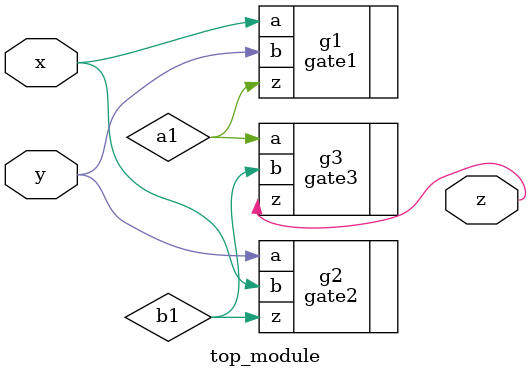
<source format=sv>
module top_module(
	input x,
	input y,
	output z);

	// Gate 1
	wire a1;
	gate1 g1(
		.a(x),
		.b(y),
		.z(a1)
	);
	
	// Gate 2
	wire b1;
	gate2 g2(
		.a(y),
		.b(x),
		.z(b1)
	);
	
	// Gate 3
	gate3 g3(
		.a(a1),
		.b(b1),
		.z(z)
	);

endmodule

</source>
